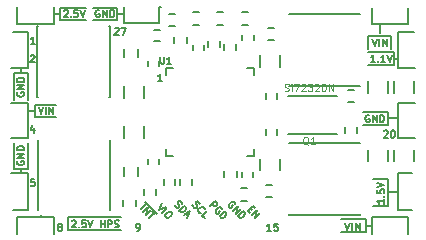
<source format=gbr>
G04 #@! TF.FileFunction,Legend,Top*
%FSLAX46Y46*%
G04 Gerber Fmt 4.6, Leading zero omitted, Abs format (unit mm)*
G04 Created by KiCad (PCBNEW (2015-09-15 BZR 13, Git 37c8462)-brewed_product) date Thursday, 17 September 2015 'pmt' 19:10:14*
%MOMM*%
G01*
G04 APERTURE LIST*
%ADD10C,0.020000*%
%ADD11C,0.127000*%
%ADD12C,0.150000*%
%ADD13C,0.149860*%
%ADD14C,0.100000*%
G04 APERTURE END LIST*
D10*
D11*
X120442857Y-91428571D02*
X120471428Y-91400000D01*
X120528571Y-91371429D01*
X120671428Y-91371429D01*
X120728571Y-91400000D01*
X120757142Y-91428571D01*
X120785714Y-91485714D01*
X120785714Y-91542857D01*
X120757142Y-91628571D01*
X120414285Y-91971429D01*
X120785714Y-91971429D01*
X120985714Y-91371429D02*
X121385714Y-91371429D01*
X121128571Y-91971429D01*
X143242857Y-100128571D02*
X143271428Y-100100000D01*
X143328571Y-100071429D01*
X143471428Y-100071429D01*
X143528571Y-100100000D01*
X143557142Y-100128571D01*
X143585714Y-100185714D01*
X143585714Y-100242857D01*
X143557142Y-100328571D01*
X143214285Y-100671429D01*
X143585714Y-100671429D01*
X143957143Y-100071429D02*
X144014286Y-100071429D01*
X144071429Y-100100000D01*
X144100000Y-100128571D01*
X144128571Y-100185714D01*
X144157143Y-100300000D01*
X144157143Y-100442857D01*
X144128571Y-100557143D01*
X144100000Y-100614286D01*
X144071429Y-100642857D01*
X144014286Y-100671429D01*
X143957143Y-100671429D01*
X143900000Y-100642857D01*
X143871429Y-100614286D01*
X143842857Y-100557143D01*
X143814286Y-100442857D01*
X143814286Y-100300000D01*
X143842857Y-100185714D01*
X143871429Y-100128571D01*
X143900000Y-100100000D01*
X143957143Y-100071429D01*
X133685714Y-108571429D02*
X133342857Y-108571429D01*
X133514285Y-108571429D02*
X133514285Y-107971429D01*
X133457142Y-108057143D01*
X133400000Y-108114286D01*
X133342857Y-108142857D01*
X134228571Y-107971429D02*
X133942857Y-107971429D01*
X133914286Y-108257143D01*
X133942857Y-108228571D01*
X134000000Y-108200000D01*
X134142857Y-108200000D01*
X134200000Y-108228571D01*
X134228571Y-108257143D01*
X134257143Y-108314286D01*
X134257143Y-108457143D01*
X134228571Y-108514286D01*
X134200000Y-108542857D01*
X134142857Y-108571429D01*
X134000000Y-108571429D01*
X133942857Y-108542857D01*
X133914286Y-108514286D01*
X122285715Y-108571429D02*
X122400000Y-108571429D01*
X122457143Y-108542857D01*
X122485715Y-108514286D01*
X122542857Y-108428571D01*
X122571429Y-108314286D01*
X122571429Y-108085714D01*
X122542857Y-108028571D01*
X122514286Y-108000000D01*
X122457143Y-107971429D01*
X122342857Y-107971429D01*
X122285715Y-108000000D01*
X122257143Y-108028571D01*
X122228572Y-108085714D01*
X122228572Y-108228571D01*
X122257143Y-108285714D01*
X122285715Y-108314286D01*
X122342857Y-108342857D01*
X122457143Y-108342857D01*
X122514286Y-108314286D01*
X122542857Y-108285714D01*
X122571429Y-108228571D01*
X115742857Y-108228571D02*
X115685715Y-108200000D01*
X115657143Y-108171429D01*
X115628572Y-108114286D01*
X115628572Y-108085714D01*
X115657143Y-108028571D01*
X115685715Y-108000000D01*
X115742857Y-107971429D01*
X115857143Y-107971429D01*
X115914286Y-108000000D01*
X115942857Y-108028571D01*
X115971429Y-108085714D01*
X115971429Y-108114286D01*
X115942857Y-108171429D01*
X115914286Y-108200000D01*
X115857143Y-108228571D01*
X115742857Y-108228571D01*
X115685715Y-108257143D01*
X115657143Y-108285714D01*
X115628572Y-108342857D01*
X115628572Y-108457143D01*
X115657143Y-108514286D01*
X115685715Y-108542857D01*
X115742857Y-108571429D01*
X115857143Y-108571429D01*
X115914286Y-108542857D01*
X115942857Y-108514286D01*
X115971429Y-108457143D01*
X115971429Y-108342857D01*
X115942857Y-108285714D01*
X115914286Y-108257143D01*
X115857143Y-108228571D01*
X113642857Y-104171429D02*
X113357143Y-104171429D01*
X113328572Y-104457143D01*
X113357143Y-104428571D01*
X113414286Y-104400000D01*
X113557143Y-104400000D01*
X113614286Y-104428571D01*
X113642857Y-104457143D01*
X113671429Y-104514286D01*
X113671429Y-104657143D01*
X113642857Y-104714286D01*
X113614286Y-104742857D01*
X113557143Y-104771429D01*
X113414286Y-104771429D01*
X113357143Y-104742857D01*
X113328572Y-104714286D01*
X113614286Y-99871429D02*
X113614286Y-100271429D01*
X113471429Y-99642857D02*
X113328572Y-100071429D01*
X113700000Y-100071429D01*
X113328572Y-93728571D02*
X113357143Y-93700000D01*
X113414286Y-93671429D01*
X113557143Y-93671429D01*
X113614286Y-93700000D01*
X113642857Y-93728571D01*
X113671429Y-93785714D01*
X113671429Y-93842857D01*
X113642857Y-93928571D01*
X113300000Y-94271429D01*
X113671429Y-94271429D01*
D12*
X113671429Y-92771429D02*
X113328572Y-92771429D01*
X113500000Y-92771429D02*
X113500000Y-92171429D01*
X113442857Y-92257143D01*
X113385715Y-92314286D01*
X113328572Y-92342857D01*
D11*
X114200000Y-107200000D02*
X114200000Y-107400000D01*
X120900000Y-90200000D02*
X121200000Y-90200000D01*
X120600000Y-90200000D02*
X120900000Y-90200000D01*
X120600000Y-90700000D02*
X118600000Y-90700000D01*
X120600000Y-89700000D02*
X120600000Y-90700000D01*
X118600000Y-89700000D02*
X120600000Y-89700000D01*
D12*
X119142858Y-89900000D02*
X119085715Y-89871429D01*
X119000001Y-89871429D01*
X118914286Y-89900000D01*
X118857144Y-89957143D01*
X118828572Y-90014286D01*
X118800001Y-90128571D01*
X118800001Y-90214286D01*
X118828572Y-90328571D01*
X118857144Y-90385714D01*
X118914286Y-90442857D01*
X119000001Y-90471429D01*
X119057144Y-90471429D01*
X119142858Y-90442857D01*
X119171429Y-90414286D01*
X119171429Y-90214286D01*
X119057144Y-90214286D01*
X119428572Y-90471429D02*
X119428572Y-89871429D01*
X119771429Y-90471429D01*
X119771429Y-89871429D01*
X120057143Y-90471429D02*
X120057143Y-89871429D01*
X120200000Y-89871429D01*
X120285715Y-89900000D01*
X120342857Y-89957143D01*
X120371429Y-90014286D01*
X120400000Y-90128571D01*
X120400000Y-90214286D01*
X120371429Y-90328571D01*
X120342857Y-90385714D01*
X120285715Y-90442857D01*
X120200000Y-90471429D01*
X120057143Y-90471429D01*
D11*
X124200000Y-89600000D02*
X124400000Y-89600000D01*
X124200000Y-91000000D02*
X124200000Y-89600000D01*
X121200000Y-91000000D02*
X124200000Y-91000000D01*
X121200000Y-89600000D02*
X121200000Y-91000000D01*
D12*
X131917157Y-106656548D02*
X132058579Y-106797970D01*
X131896954Y-107080812D02*
X131694924Y-106878782D01*
X132119188Y-106454518D01*
X132321218Y-106656548D01*
X132078781Y-107262640D02*
X132503045Y-106838376D01*
X132321218Y-107505076D01*
X132745482Y-107080812D01*
D11*
X113100000Y-98400000D02*
X113700000Y-98400000D01*
X113100000Y-100750000D02*
X111650000Y-100750000D01*
X113100000Y-97750000D02*
X113100000Y-100750000D01*
X111650000Y-97750000D02*
X113100000Y-97750000D01*
X113700000Y-98900000D02*
X115500000Y-98900000D01*
X113700000Y-97900000D02*
X113700000Y-98900000D01*
X115500000Y-97900000D02*
X113700000Y-97900000D01*
D12*
X113992858Y-98121429D02*
X114192858Y-98721429D01*
X114392858Y-98121429D01*
X114592858Y-98721429D02*
X114592858Y-98121429D01*
X114878572Y-98721429D02*
X114878572Y-98121429D01*
X115221429Y-98721429D01*
X115221429Y-98121429D01*
D11*
X143550000Y-99050000D02*
X144400000Y-99050000D01*
X143550000Y-98550000D02*
X141450000Y-98550000D01*
X143550000Y-98750000D02*
X143550000Y-98550000D01*
X144400000Y-100750000D02*
X145900000Y-100750000D01*
X144400000Y-97750000D02*
X144400000Y-100750000D01*
X145900000Y-97750000D02*
X144400000Y-97750000D01*
X142900000Y-91800000D02*
X142900000Y-91100000D01*
X143800000Y-92050000D02*
X143800000Y-93150000D01*
X141900000Y-92050000D02*
X143800000Y-92050000D01*
X141900000Y-93150000D02*
X141900000Y-92050000D01*
D12*
X142242858Y-92321429D02*
X142442858Y-92921429D01*
X142642858Y-92321429D01*
X142842858Y-92921429D02*
X142842858Y-92321429D01*
X143128572Y-92921429D02*
X143128572Y-92321429D01*
X143471429Y-92921429D01*
X143471429Y-92321429D01*
D11*
X144100000Y-93500000D02*
X144100000Y-93400000D01*
X144100000Y-94000000D02*
X144400000Y-94000000D01*
X141900000Y-93400000D02*
X144100000Y-93400000D01*
X144100000Y-94500000D02*
X141900000Y-94500000D01*
X144100000Y-93500000D02*
X144100000Y-94500000D01*
X116500000Y-108500000D02*
X121000000Y-108500000D01*
X116500000Y-108000000D02*
X116500000Y-108500000D01*
X116500000Y-107400000D02*
X121000000Y-107400000D01*
X116500000Y-108000000D02*
X116500000Y-107400000D01*
X115300000Y-107400000D02*
X115300000Y-108800000D01*
X112200000Y-107400000D02*
X115300000Y-107400000D01*
X112200000Y-108800000D02*
X112200000Y-107400000D01*
D12*
X116814286Y-107728571D02*
X116842857Y-107700000D01*
X116900000Y-107671429D01*
X117042857Y-107671429D01*
X117100000Y-107700000D01*
X117128571Y-107728571D01*
X117157143Y-107785714D01*
X117157143Y-107842857D01*
X117128571Y-107928571D01*
X116785714Y-108271429D01*
X117157143Y-108271429D01*
X117414286Y-108214286D02*
X117442858Y-108242857D01*
X117414286Y-108271429D01*
X117385715Y-108242857D01*
X117414286Y-108214286D01*
X117414286Y-108271429D01*
X117985714Y-107671429D02*
X117700000Y-107671429D01*
X117671429Y-107957143D01*
X117700000Y-107928571D01*
X117757143Y-107900000D01*
X117900000Y-107900000D01*
X117957143Y-107928571D01*
X117985714Y-107957143D01*
X118014286Y-108014286D01*
X118014286Y-108157143D01*
X117985714Y-108214286D01*
X117957143Y-108242857D01*
X117900000Y-108271429D01*
X117757143Y-108271429D01*
X117700000Y-108242857D01*
X117671429Y-108214286D01*
X118185715Y-107671429D02*
X118385715Y-108271429D01*
X118585715Y-107671429D01*
X119242858Y-108271429D02*
X119242858Y-107671429D01*
X119242858Y-107957143D02*
X119585715Y-107957143D01*
X119585715Y-108271429D02*
X119585715Y-107671429D01*
X119871429Y-108271429D02*
X119871429Y-107671429D01*
X120100001Y-107671429D01*
X120157143Y-107700000D01*
X120185715Y-107728571D01*
X120214286Y-107785714D01*
X120214286Y-107871429D01*
X120185715Y-107928571D01*
X120157143Y-107957143D01*
X120100001Y-107985714D01*
X119871429Y-107985714D01*
X120442858Y-108242857D02*
X120528572Y-108271429D01*
X120671429Y-108271429D01*
X120728572Y-108242857D01*
X120757143Y-108214286D01*
X120785715Y-108157143D01*
X120785715Y-108100000D01*
X120757143Y-108042857D01*
X120728572Y-108014286D01*
X120671429Y-107985714D01*
X120557143Y-107957143D01*
X120500001Y-107928571D01*
X120471429Y-107900000D01*
X120442858Y-107842857D01*
X120442858Y-107785714D01*
X120471429Y-107728571D01*
X120500001Y-107700000D01*
X120557143Y-107671429D01*
X120700001Y-107671429D01*
X120785715Y-107700000D01*
D11*
X111900000Y-103300000D02*
X111900000Y-101100000D01*
X112500000Y-103300000D02*
X111900000Y-103300000D01*
X113100000Y-103300000D02*
X113100000Y-101100000D01*
X113000000Y-103300000D02*
X113100000Y-103300000D01*
X112500000Y-103300000D02*
X113000000Y-103300000D01*
X112500000Y-103700000D02*
X112500000Y-103300000D01*
X113100000Y-103700000D02*
X111700000Y-103700000D01*
X113100000Y-106800000D02*
X113100000Y-103700000D01*
X111800000Y-106800000D02*
X113100000Y-106800000D01*
D12*
X112200000Y-102657142D02*
X112171429Y-102714285D01*
X112171429Y-102799999D01*
X112200000Y-102885714D01*
X112257143Y-102942856D01*
X112314286Y-102971428D01*
X112428571Y-102999999D01*
X112514286Y-102999999D01*
X112628571Y-102971428D01*
X112685714Y-102942856D01*
X112742857Y-102885714D01*
X112771429Y-102799999D01*
X112771429Y-102742856D01*
X112742857Y-102657142D01*
X112714286Y-102628571D01*
X112514286Y-102628571D01*
X112514286Y-102742856D01*
X112771429Y-102371428D02*
X112171429Y-102371428D01*
X112771429Y-102028571D01*
X112171429Y-102028571D01*
X112771429Y-101742857D02*
X112171429Y-101742857D01*
X112171429Y-101600000D01*
X112200000Y-101514285D01*
X112257143Y-101457143D01*
X112314286Y-101428571D01*
X112428571Y-101400000D01*
X112514286Y-101400000D01*
X112628571Y-101428571D01*
X112685714Y-101457143D01*
X112742857Y-101514285D01*
X112771429Y-101600000D01*
X112771429Y-101742857D01*
D11*
X111900000Y-95200000D02*
X111900000Y-97500000D01*
X112500000Y-95200000D02*
X111900000Y-95200000D01*
X113100000Y-95200000D02*
X113100000Y-97500000D01*
X112500000Y-95200000D02*
X113100000Y-95200000D01*
X112500000Y-95100000D02*
X112500000Y-95200000D01*
X112500000Y-94800000D02*
X112500000Y-95100000D01*
X113100000Y-94800000D02*
X111700000Y-94800000D01*
X113100000Y-91700000D02*
X113100000Y-94800000D01*
X111800000Y-91700000D02*
X113100000Y-91700000D01*
D12*
X116142857Y-89928571D02*
X116171428Y-89900000D01*
X116228571Y-89871429D01*
X116371428Y-89871429D01*
X116428571Y-89900000D01*
X116457142Y-89928571D01*
X116485714Y-89985714D01*
X116485714Y-90042857D01*
X116457142Y-90128571D01*
X116114285Y-90471429D01*
X116485714Y-90471429D01*
X116742857Y-90414286D02*
X116771429Y-90442857D01*
X116742857Y-90471429D01*
X116714286Y-90442857D01*
X116742857Y-90414286D01*
X116742857Y-90471429D01*
X117314285Y-89871429D02*
X117028571Y-89871429D01*
X117000000Y-90157143D01*
X117028571Y-90128571D01*
X117085714Y-90100000D01*
X117228571Y-90100000D01*
X117285714Y-90128571D01*
X117314285Y-90157143D01*
X117342857Y-90214286D01*
X117342857Y-90357143D01*
X117314285Y-90414286D01*
X117285714Y-90442857D01*
X117228571Y-90471429D01*
X117085714Y-90471429D01*
X117028571Y-90442857D01*
X117000000Y-90414286D01*
X117514286Y-89871429D02*
X117714286Y-90471429D01*
X117914286Y-89871429D01*
D11*
X115800000Y-90700000D02*
X118000000Y-90700000D01*
X115800000Y-90200000D02*
X115800000Y-90700000D01*
X115800000Y-89700000D02*
X118000000Y-89700000D01*
X115800000Y-90200000D02*
X115800000Y-89700000D01*
X115300000Y-90200000D02*
X115800000Y-90200000D01*
X115300000Y-89600000D02*
X115300000Y-89700000D01*
X115300000Y-91100000D02*
X115300000Y-89700000D01*
X112200000Y-91100000D02*
X115300000Y-91100000D01*
X112200000Y-89600000D02*
X112200000Y-91100000D01*
D12*
X112200000Y-96857142D02*
X112171429Y-96914285D01*
X112171429Y-96999999D01*
X112200000Y-97085714D01*
X112257143Y-97142856D01*
X112314286Y-97171428D01*
X112428571Y-97199999D01*
X112514286Y-97199999D01*
X112628571Y-97171428D01*
X112685714Y-97142856D01*
X112742857Y-97085714D01*
X112771429Y-96999999D01*
X112771429Y-96942856D01*
X112742857Y-96857142D01*
X112714286Y-96828571D01*
X112514286Y-96828571D01*
X112514286Y-96942856D01*
X112771429Y-96571428D02*
X112171429Y-96571428D01*
X112771429Y-96228571D01*
X112171429Y-96228571D01*
X112771429Y-95942857D02*
X112171429Y-95942857D01*
X112171429Y-95800000D01*
X112200000Y-95714285D01*
X112257143Y-95657143D01*
X112314286Y-95628571D01*
X112428571Y-95600000D01*
X112514286Y-95600000D01*
X112628571Y-95628571D01*
X112685714Y-95657143D01*
X112742857Y-95714285D01*
X112771429Y-95800000D01*
X112771429Y-95942857D01*
D11*
X143550000Y-99600000D02*
X141450000Y-99600000D01*
X143550000Y-99200000D02*
X143550000Y-99600000D01*
X143550000Y-99200000D02*
X143550000Y-98700000D01*
X142200000Y-91100000D02*
X142200000Y-89700000D01*
X145300000Y-91100000D02*
X142200000Y-91100000D01*
X145300000Y-89700000D02*
X145300000Y-91100000D01*
D12*
X141992858Y-98800000D02*
X141935715Y-98771429D01*
X141850001Y-98771429D01*
X141764286Y-98800000D01*
X141707144Y-98857143D01*
X141678572Y-98914286D01*
X141650001Y-99028571D01*
X141650001Y-99114286D01*
X141678572Y-99228571D01*
X141707144Y-99285714D01*
X141764286Y-99342857D01*
X141850001Y-99371429D01*
X141907144Y-99371429D01*
X141992858Y-99342857D01*
X142021429Y-99314286D01*
X142021429Y-99114286D01*
X141907144Y-99114286D01*
X142278572Y-99371429D02*
X142278572Y-98771429D01*
X142621429Y-99371429D01*
X142621429Y-98771429D01*
X142907143Y-99371429D02*
X142907143Y-98771429D01*
X143050000Y-98771429D01*
X143135715Y-98800000D01*
X143192857Y-98857143D01*
X143221429Y-98914286D01*
X143250000Y-99028571D01*
X143250000Y-99114286D01*
X143221429Y-99228571D01*
X143192857Y-99285714D01*
X143135715Y-99342857D01*
X143050000Y-99371429D01*
X142907143Y-99371429D01*
D11*
X139700000Y-107600000D02*
X139600000Y-107600000D01*
X139700000Y-108700000D02*
X139600000Y-108700000D01*
X143600000Y-106500000D02*
X142300000Y-106500000D01*
X143600000Y-105300000D02*
X143600000Y-106500000D01*
X142500000Y-104200000D02*
X142300000Y-104200000D01*
X143600000Y-104200000D02*
X142500000Y-104200000D01*
X143600000Y-104300000D02*
X143600000Y-104200000D01*
X143600000Y-105300000D02*
X143600000Y-104300000D01*
X141700000Y-108700000D02*
X139700000Y-108700000D01*
X141700000Y-108200000D02*
X141700000Y-108700000D01*
X141700000Y-107600000D02*
X139700000Y-107600000D01*
X141700000Y-108200000D02*
X141700000Y-107600000D01*
X141800000Y-108200000D02*
X141700000Y-108200000D01*
X145750000Y-96300000D02*
X145750000Y-96650000D01*
X144400000Y-94800000D02*
X145900000Y-94800000D01*
X144400000Y-91700000D02*
X144400000Y-94800000D01*
X145800000Y-91700000D02*
X144400000Y-91700000D01*
D12*
X142485714Y-94271429D02*
X142142857Y-94271429D01*
X142314285Y-94271429D02*
X142314285Y-93671429D01*
X142257142Y-93757143D01*
X142200000Y-93814286D01*
X142142857Y-93842857D01*
X142742857Y-94214286D02*
X142771429Y-94242857D01*
X142742857Y-94271429D01*
X142714286Y-94242857D01*
X142742857Y-94214286D01*
X142742857Y-94271429D01*
X143342857Y-94271429D02*
X143000000Y-94271429D01*
X143171428Y-94271429D02*
X143171428Y-93671429D01*
X143114285Y-93757143D01*
X143057143Y-93814286D01*
X143000000Y-93842857D01*
X143514286Y-93671429D02*
X143714286Y-94271429D01*
X143914286Y-93671429D01*
D11*
X145300000Y-107400000D02*
X145300000Y-108800000D01*
X143200000Y-107400000D02*
X145300000Y-107400000D01*
X144400000Y-105300000D02*
X143600000Y-105300000D01*
X144400000Y-106800000D02*
X145600000Y-106800000D01*
X144400000Y-103700000D02*
X144400000Y-106800000D01*
X145600000Y-103700000D02*
X144400000Y-103700000D01*
D12*
X143271429Y-105914286D02*
X143271429Y-106257143D01*
X143271429Y-106085715D02*
X142671429Y-106085715D01*
X142757143Y-106142858D01*
X142814286Y-106200000D01*
X142842857Y-106257143D01*
X143214286Y-105657143D02*
X143242857Y-105628571D01*
X143271429Y-105657143D01*
X143242857Y-105685714D01*
X143214286Y-105657143D01*
X143271429Y-105657143D01*
X142671429Y-105085715D02*
X142671429Y-105371429D01*
X142957143Y-105400000D01*
X142928571Y-105371429D01*
X142900000Y-105314286D01*
X142900000Y-105171429D01*
X142928571Y-105114286D01*
X142957143Y-105085715D01*
X143014286Y-105057143D01*
X143157143Y-105057143D01*
X143214286Y-105085715D01*
X143242857Y-105114286D01*
X143271429Y-105171429D01*
X143271429Y-105314286D01*
X143242857Y-105371429D01*
X143214286Y-105400000D01*
X142671429Y-104885714D02*
X143271429Y-104685714D01*
X142671429Y-104485714D01*
D11*
X142200000Y-108200000D02*
X142200000Y-108800000D01*
X142200000Y-108200000D02*
X142200000Y-108100000D01*
X142200000Y-107400000D02*
X142200000Y-108100000D01*
X142200000Y-107400000D02*
X143300000Y-107400000D01*
X141700000Y-108200000D02*
X142200000Y-108200000D01*
D12*
X139942858Y-107871429D02*
X140142858Y-108471429D01*
X140342858Y-107871429D01*
X140542858Y-108471429D02*
X140542858Y-107871429D01*
X140828572Y-108471429D02*
X140828572Y-107871429D01*
X141171429Y-108471429D01*
X141171429Y-107871429D01*
X130638884Y-106264620D02*
X130618680Y-106204011D01*
X130558071Y-106143402D01*
X130477259Y-106102995D01*
X130396447Y-106102996D01*
X130335838Y-106123198D01*
X130234823Y-106183807D01*
X130174214Y-106244417D01*
X130113605Y-106345431D01*
X130093402Y-106406041D01*
X130093401Y-106486853D01*
X130133807Y-106567666D01*
X130174214Y-106608072D01*
X130255026Y-106648478D01*
X130295431Y-106648478D01*
X130436853Y-106507056D01*
X130356041Y-106426245D01*
X130436853Y-106870711D02*
X130861117Y-106446447D01*
X130679289Y-107113148D01*
X131103553Y-106688884D01*
X130881320Y-107315178D02*
X131305584Y-106890914D01*
X131406599Y-106991929D01*
X131447006Y-107072742D01*
X131447005Y-107153553D01*
X131426802Y-107214163D01*
X131366193Y-107315177D01*
X131305584Y-107375787D01*
X131204569Y-107436396D01*
X131143960Y-107456599D01*
X131063148Y-107456600D01*
X130982335Y-107416193D01*
X130881320Y-107315178D01*
X122624213Y-106758071D02*
X123048477Y-106333807D01*
X122826243Y-106960102D02*
X123250507Y-106535838D01*
X123068680Y-107202538D01*
X123492944Y-106778274D01*
X123634365Y-106919696D02*
X123876802Y-107162132D01*
X123331319Y-107465177D02*
X123755583Y-107040913D01*
X123020597Y-106159657D02*
X123990343Y-107129403D01*
X124467665Y-106252996D02*
X124184823Y-106818681D01*
X124750508Y-106535838D01*
X124467665Y-107101524D02*
X124891929Y-106677260D01*
X125174772Y-106960102D02*
X125255584Y-107040915D01*
X125275787Y-107101523D01*
X125275787Y-107182335D01*
X125215178Y-107283351D01*
X125073757Y-107424773D01*
X124972742Y-107485381D01*
X124891929Y-107485381D01*
X124831320Y-107465179D01*
X124750508Y-107384367D01*
X124730305Y-107323757D01*
X124730305Y-107242944D01*
X124790914Y-107141930D01*
X124932335Y-107000509D01*
X125033351Y-106939899D01*
X125114163Y-106939899D01*
X125174772Y-106960102D01*
X125513097Y-106406548D02*
X125553502Y-106487361D01*
X125654517Y-106588376D01*
X125715127Y-106608579D01*
X125755532Y-106608579D01*
X125816142Y-106588376D01*
X125856548Y-106547970D01*
X125876751Y-106487360D01*
X125876751Y-106446955D01*
X125856548Y-106386345D01*
X125795939Y-106285330D01*
X125775737Y-106224721D01*
X125775736Y-106184315D01*
X125795939Y-106123706D01*
X125836346Y-106083299D01*
X125896955Y-106063096D01*
X125937361Y-106063097D01*
X125997969Y-106083299D01*
X126098985Y-106184315D01*
X126139391Y-106265127D01*
X125917157Y-106851016D02*
X126341421Y-106426752D01*
X126442437Y-106527767D01*
X126482843Y-106608579D01*
X126482843Y-106689391D01*
X126462640Y-106750001D01*
X126402031Y-106851015D01*
X126341421Y-106911625D01*
X126240407Y-106972234D01*
X126179797Y-106992437D01*
X126098986Y-106992437D01*
X126018172Y-106952031D01*
X125917157Y-106851016D01*
X126442437Y-107133859D02*
X126644468Y-107335889D01*
X126280812Y-107214671D02*
X126846498Y-106931828D01*
X126563655Y-107497514D01*
X127023198Y-106416650D02*
X127063604Y-106497462D01*
X127164619Y-106598478D01*
X127225229Y-106618680D01*
X127265634Y-106618680D01*
X127326244Y-106598478D01*
X127366650Y-106558071D01*
X127386853Y-106497462D01*
X127386853Y-106457056D01*
X127366650Y-106396447D01*
X127306040Y-106295431D01*
X127285838Y-106234823D01*
X127285838Y-106194416D01*
X127306041Y-106133807D01*
X127346447Y-106093401D01*
X127407056Y-106073198D01*
X127447462Y-106073198D01*
X127508071Y-106093401D01*
X127609087Y-106194417D01*
X127649493Y-106275229D01*
X127710102Y-107063148D02*
X127669696Y-107063148D01*
X127588884Y-107022742D01*
X127548478Y-106982336D01*
X127508071Y-106901523D01*
X127508072Y-106820711D01*
X127528275Y-106760102D01*
X127588884Y-106659087D01*
X127649493Y-106598478D01*
X127750508Y-106537869D01*
X127811118Y-106517666D01*
X127891929Y-106517665D01*
X127972742Y-106558072D01*
X128013148Y-106598478D01*
X128053554Y-106679290D01*
X128053554Y-106719696D01*
X128053553Y-107487412D02*
X127851523Y-107285382D01*
X128275787Y-106861118D01*
X128472690Y-106506548D02*
X128896954Y-106082284D01*
X129058579Y-106243909D01*
X129078781Y-106304517D01*
X129078782Y-106344924D01*
X129058579Y-106405532D01*
X128997969Y-106466142D01*
X128937361Y-106486345D01*
X128896954Y-106486345D01*
X128836346Y-106466142D01*
X128674721Y-106304517D01*
X129523249Y-106748985D02*
X129503045Y-106688376D01*
X129442437Y-106627767D01*
X129361624Y-106587360D01*
X129280812Y-106587361D01*
X129220203Y-106607563D01*
X129119188Y-106668172D01*
X129058579Y-106728782D01*
X128997970Y-106829797D01*
X128977767Y-106890406D01*
X128977766Y-106971218D01*
X129018172Y-107052031D01*
X129058579Y-107092437D01*
X129139391Y-107132843D01*
X129179797Y-107132843D01*
X129321218Y-106991421D01*
X129240406Y-106910610D01*
X129321218Y-107355076D02*
X129745482Y-106930812D01*
X129846497Y-107031828D01*
X129886904Y-107112640D01*
X129886903Y-107193452D01*
X129866701Y-107254061D01*
X129806092Y-107355076D01*
X129745482Y-107415685D01*
X129644468Y-107476294D01*
X129583858Y-107496497D01*
X129503046Y-107496498D01*
X129422233Y-107456092D01*
X129321218Y-107355076D01*
X133225000Y-96900000D02*
X133225000Y-97400000D01*
X134175000Y-97400000D02*
X134175000Y-96900000D01*
X133225000Y-99975000D02*
X133225000Y-100475000D01*
X134175000Y-100475000D02*
X134175000Y-99975000D01*
X123275000Y-94150000D02*
X123275000Y-94650000D01*
X124225000Y-94650000D02*
X124225000Y-94150000D01*
X124175000Y-102950000D02*
X124175000Y-102450000D01*
X123225000Y-102450000D02*
X123225000Y-102950000D01*
X133950000Y-91425000D02*
X133450000Y-91425000D01*
X133450000Y-92375000D02*
X133950000Y-92375000D01*
X131175000Y-103550000D02*
X131175000Y-104050000D01*
X132125000Y-104050000D02*
X132125000Y-103550000D01*
X123750000Y-92475000D02*
X124250000Y-92475000D01*
X124250000Y-91525000D02*
X123750000Y-91525000D01*
X124625000Y-104150000D02*
X124625000Y-104650000D01*
X125575000Y-104650000D02*
X125575000Y-104150000D01*
X132750000Y-93700000D02*
X132750000Y-94700000D01*
X134450000Y-94700000D02*
X134450000Y-93700000D01*
X134450000Y-103450000D02*
X134450000Y-102450000D01*
X132750000Y-102450000D02*
X132750000Y-103450000D01*
X121200000Y-96350000D02*
X121200000Y-97350000D01*
X122900000Y-97350000D02*
X122900000Y-96350000D01*
X122900000Y-100700000D02*
X122900000Y-99700000D01*
X121200000Y-99700000D02*
X121200000Y-100700000D01*
X145750000Y-96900000D02*
X145750000Y-95900000D01*
X144050000Y-95900000D02*
X144050000Y-96900000D01*
X141900000Y-101700000D02*
X141900000Y-102700000D01*
X143600000Y-102700000D02*
X143600000Y-101700000D01*
X143600000Y-96900000D02*
X143600000Y-95900000D01*
X141900000Y-95900000D02*
X141900000Y-96900000D01*
X144050000Y-101700000D02*
X144050000Y-102700000D01*
X145750000Y-102700000D02*
X145750000Y-101700000D01*
X122400000Y-93150000D02*
X122400000Y-93850000D01*
X121200000Y-93850000D02*
X121200000Y-93150000D01*
X121200000Y-103900000D02*
X121200000Y-103200000D01*
X122400000Y-103200000D02*
X122400000Y-103900000D01*
X129325000Y-93000000D02*
X129325000Y-92500000D01*
X128375000Y-92500000D02*
X128375000Y-93000000D01*
X127075000Y-92800000D02*
X127075000Y-93300000D01*
X128025000Y-93300000D02*
X128025000Y-92800000D01*
D13*
X135200760Y-90196920D02*
X141200240Y-90196920D01*
X141200240Y-90196920D02*
X141200240Y-90224860D01*
X141200240Y-96275140D02*
X141200240Y-96303080D01*
X135200760Y-96303080D02*
X141200240Y-96303080D01*
X135200760Y-90196920D02*
X135200760Y-90224860D01*
X135200760Y-96275140D02*
X135200760Y-96303080D01*
X135200260Y-101096920D02*
X141199740Y-101096920D01*
X141199740Y-101096920D02*
X141199740Y-101124860D01*
X141199740Y-107175140D02*
X141199740Y-107203080D01*
X135200260Y-107203080D02*
X141199740Y-107203080D01*
X135200260Y-101096920D02*
X135200260Y-101124860D01*
X135200260Y-107175140D02*
X135200260Y-107203080D01*
X113896920Y-97199740D02*
X113896920Y-91200260D01*
X113896920Y-91200260D02*
X113924860Y-91200260D01*
X119975140Y-91200260D02*
X120003080Y-91200260D01*
X120003080Y-97199740D02*
X120003080Y-91200260D01*
X113896920Y-97199740D02*
X113924860Y-97199740D01*
X119975140Y-97199740D02*
X120003080Y-97199740D01*
X120053080Y-100849760D02*
X120053080Y-106849240D01*
X120053080Y-106849240D02*
X120025140Y-106849240D01*
X113974860Y-106849240D02*
X113946920Y-106849240D01*
X113946920Y-100849760D02*
X113946920Y-106849240D01*
X120053080Y-100849760D02*
X120025140Y-100849760D01*
X113974860Y-100849760D02*
X113946920Y-100849760D01*
D12*
X139292500Y-100365000D02*
X135092500Y-100365000D01*
X139292500Y-97165000D02*
X135092500Y-97165000D01*
X140200000Y-97675000D02*
X140700000Y-97675000D01*
X140700000Y-96625000D02*
X140200000Y-96625000D01*
X140975000Y-100250000D02*
X140975000Y-99750000D01*
X139925000Y-99750000D02*
X139925000Y-100250000D01*
X132225000Y-92450000D02*
X132225000Y-91950000D01*
X131175000Y-91950000D02*
X131175000Y-92450000D01*
X130775000Y-104000000D02*
X130775000Y-103500000D01*
X129725000Y-103500000D02*
X129725000Y-104000000D01*
X125475000Y-92150000D02*
X125475000Y-92650000D01*
X126525000Y-92650000D02*
X126525000Y-92150000D01*
X126975000Y-104650000D02*
X126975000Y-104150000D01*
X125925000Y-104150000D02*
X125925000Y-104650000D01*
X129065000Y-91125000D02*
X129565000Y-91125000D01*
X129565000Y-90075000D02*
X129065000Y-90075000D01*
X131165000Y-106025000D02*
X131665000Y-106025000D01*
X131665000Y-104975000D02*
X131165000Y-104975000D01*
X127550000Y-90075000D02*
X127050000Y-90075000D01*
X127050000Y-91125000D02*
X127550000Y-91125000D01*
X122925000Y-105000000D02*
X122925000Y-105500000D01*
X123975000Y-105500000D02*
X123975000Y-105000000D01*
X131250000Y-91125000D02*
X131750000Y-91125000D01*
X131750000Y-90075000D02*
X131250000Y-90075000D01*
X133250000Y-105725000D02*
X133750000Y-105725000D01*
X133750000Y-104675000D02*
X133250000Y-104675000D01*
X125550000Y-90175000D02*
X125050000Y-90175000D01*
X125050000Y-91225000D02*
X125550000Y-91225000D01*
X121175000Y-105935000D02*
X121175000Y-106435000D01*
X122225000Y-106435000D02*
X122225000Y-105935000D01*
X130725000Y-93250000D02*
X130725000Y-92750000D01*
X129675000Y-92750000D02*
X129675000Y-93250000D01*
D11*
X124750000Y-101650000D02*
X124750000Y-102250000D01*
X124750000Y-102250000D02*
X125350000Y-102250000D01*
X125350000Y-94750000D02*
X124750000Y-94750000D01*
X124750000Y-94750000D02*
X124750000Y-95350000D01*
X132250000Y-95350000D02*
X132250000Y-94750000D01*
X132250000Y-94750000D02*
X131650000Y-94750000D01*
X132250000Y-101650000D02*
X132250000Y-102250000D01*
X132250000Y-102250000D02*
X131650000Y-102250000D01*
D14*
X136835357Y-101293571D02*
X136778214Y-101265000D01*
X136721071Y-101207857D01*
X136635357Y-101122143D01*
X136578214Y-101093571D01*
X136521071Y-101093571D01*
X136549643Y-101236429D02*
X136492500Y-101207857D01*
X136435357Y-101150714D01*
X136406786Y-101036429D01*
X136406786Y-100836429D01*
X136435357Y-100722143D01*
X136492500Y-100665000D01*
X136549643Y-100636429D01*
X136663929Y-100636429D01*
X136721071Y-100665000D01*
X136778214Y-100722143D01*
X136806786Y-100836429D01*
X136806786Y-101036429D01*
X136778214Y-101150714D01*
X136721071Y-101207857D01*
X136663929Y-101236429D01*
X136549643Y-101236429D01*
X137378214Y-101236429D02*
X137035357Y-101236429D01*
X137206785Y-101236429D02*
X137206785Y-100636429D01*
X137149642Y-100722143D01*
X137092500Y-100779286D01*
X137035357Y-100807857D01*
X134821071Y-96707857D02*
X134906785Y-96736429D01*
X135049642Y-96736429D01*
X135106785Y-96707857D01*
X135135356Y-96679286D01*
X135163928Y-96622143D01*
X135163928Y-96565000D01*
X135135356Y-96507857D01*
X135106785Y-96479286D01*
X135049642Y-96450714D01*
X134935356Y-96422143D01*
X134878214Y-96393571D01*
X134849642Y-96365000D01*
X134821071Y-96307857D01*
X134821071Y-96250714D01*
X134849642Y-96193571D01*
X134878214Y-96165000D01*
X134935356Y-96136429D01*
X135078214Y-96136429D01*
X135163928Y-96165000D01*
X135421071Y-96736429D02*
X135421071Y-96336429D01*
X135421071Y-96136429D02*
X135392500Y-96165000D01*
X135421071Y-96193571D01*
X135449643Y-96165000D01*
X135421071Y-96136429D01*
X135421071Y-96193571D01*
X135649642Y-96136429D02*
X136049642Y-96136429D01*
X135792499Y-96736429D01*
X136249643Y-96193571D02*
X136278214Y-96165000D01*
X136335357Y-96136429D01*
X136478214Y-96136429D01*
X136535357Y-96165000D01*
X136563928Y-96193571D01*
X136592500Y-96250714D01*
X136592500Y-96307857D01*
X136563928Y-96393571D01*
X136221071Y-96736429D01*
X136592500Y-96736429D01*
X136792500Y-96136429D02*
X137163929Y-96136429D01*
X136963929Y-96365000D01*
X137049643Y-96365000D01*
X137106786Y-96393571D01*
X137135357Y-96422143D01*
X137163929Y-96479286D01*
X137163929Y-96622143D01*
X137135357Y-96679286D01*
X137106786Y-96707857D01*
X137049643Y-96736429D01*
X136878215Y-96736429D01*
X136821072Y-96707857D01*
X136792500Y-96679286D01*
X137392501Y-96193571D02*
X137421072Y-96165000D01*
X137478215Y-96136429D01*
X137621072Y-96136429D01*
X137678215Y-96165000D01*
X137706786Y-96193571D01*
X137735358Y-96250714D01*
X137735358Y-96307857D01*
X137706786Y-96393571D01*
X137363929Y-96736429D01*
X137735358Y-96736429D01*
X137992501Y-96736429D02*
X137992501Y-96136429D01*
X138135358Y-96136429D01*
X138221073Y-96165000D01*
X138278215Y-96222143D01*
X138306787Y-96279286D01*
X138335358Y-96393571D01*
X138335358Y-96479286D01*
X138306787Y-96593571D01*
X138278215Y-96650714D01*
X138221073Y-96707857D01*
X138135358Y-96736429D01*
X137992501Y-96736429D01*
X138592501Y-96736429D02*
X138592501Y-96136429D01*
X138935358Y-96736429D01*
X138935358Y-96136429D01*
D11*
X124292857Y-93821429D02*
X124292857Y-94307143D01*
X124321429Y-94364286D01*
X124350000Y-94392857D01*
X124407143Y-94421429D01*
X124521429Y-94421429D01*
X124578571Y-94392857D01*
X124607143Y-94364286D01*
X124635714Y-94307143D01*
X124635714Y-93821429D01*
X125235714Y-94421429D02*
X124892857Y-94421429D01*
X125064285Y-94421429D02*
X125064285Y-93821429D01*
X125007142Y-93907143D01*
X124950000Y-93964286D01*
X124892857Y-93992857D01*
X124471429Y-95871429D02*
X124128572Y-95871429D01*
X124300000Y-95871429D02*
X124300000Y-95271429D01*
X124242857Y-95357143D01*
X124185715Y-95414286D01*
X124128572Y-95442857D01*
M02*

</source>
